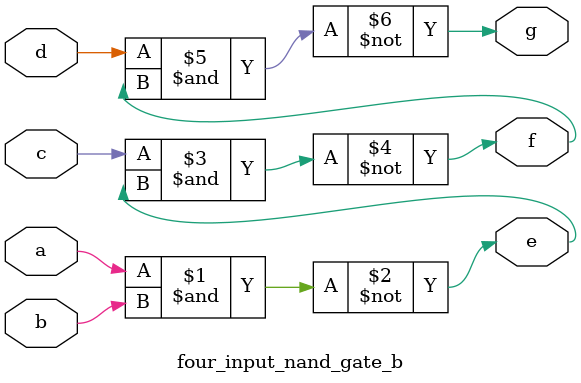
<source format=v>
`timescale 1ns / 1ps


module four_input_nand_gate_b(
    input a,
    input b,
    input c,
    input d,
    output e,
    output f,
    output g
);

assign e = ~(a & b);
assign f = ~(c & e);
assign g = ~(d & f);

endmodule
</source>
